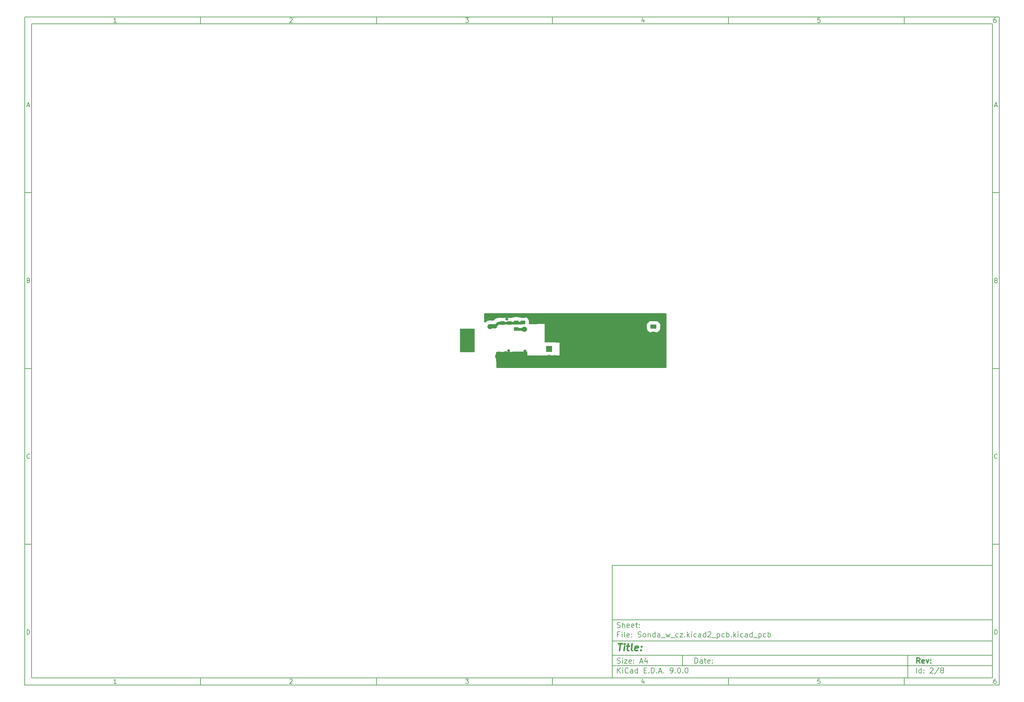
<source format=gbl>
%TF.GenerationSoftware,KiCad,Pcbnew,9.0.0*%
%TF.CreationDate,2025-03-20T15:23:59+01:00*%
%TF.ProjectId,Sonda_w_cz.kicad2_pcb,536f6e64-615f-4775-9f63-7a2e6b696361,rev?*%
%TF.SameCoordinates,Original*%
%TF.FileFunction,Copper,L2,Bot*%
%TF.FilePolarity,Positive*%
%FSLAX46Y46*%
G04 Gerber Fmt 4.6, Leading zero omitted, Abs format (unit mm)*
G04 Created by KiCad (PCBNEW 9.0.0) date 2025-03-20 15:23:59*
%MOMM*%
%LPD*%
G01*
G04 APERTURE LIST*
G04 Aperture macros list*
%AMRoundRect*
0 Rectangle with rounded corners*
0 $1 Rounding radius*
0 $2 $3 $4 $5 $6 $7 $8 $9 X,Y pos of 4 corners*
0 Add a 4 corners polygon primitive as box body*
4,1,4,$2,$3,$4,$5,$6,$7,$8,$9,$2,$3,0*
0 Add four circle primitives for the rounded corners*
1,1,$1+$1,$2,$3*
1,1,$1+$1,$4,$5*
1,1,$1+$1,$6,$7*
1,1,$1+$1,$8,$9*
0 Add four rect primitives between the rounded corners*
20,1,$1+$1,$2,$3,$4,$5,0*
20,1,$1+$1,$4,$5,$6,$7,0*
20,1,$1+$1,$6,$7,$8,$9,0*
20,1,$1+$1,$8,$9,$2,$3,0*%
G04 Aperture macros list end*
%ADD10C,0.100000*%
%ADD11C,0.150000*%
%ADD12C,0.300000*%
%ADD13C,0.400000*%
%TA.AperFunction,Conductor*%
%ADD14C,0.200000*%
%TD*%
%TA.AperFunction,ComponentPad*%
%ADD15R,1.700000X1.700000*%
%TD*%
%TA.AperFunction,ComponentPad*%
%ADD16O,1.700000X1.700000*%
%TD*%
%TA.AperFunction,ComponentPad*%
%ADD17RoundRect,0.250000X-0.625000X0.350000X-0.625000X-0.350000X0.625000X-0.350000X0.625000X0.350000X0*%
%TD*%
%TA.AperFunction,ComponentPad*%
%ADD18O,1.750000X1.200000*%
%TD*%
%TA.AperFunction,SMDPad,CuDef*%
%ADD19R,3.000000X3.000000*%
%TD*%
%TA.AperFunction,SMDPad,CuDef*%
%ADD20RoundRect,0.250000X-0.450000X0.262500X-0.450000X-0.262500X0.450000X-0.262500X0.450000X0.262500X0*%
%TD*%
%TA.AperFunction,SMDPad,CuDef*%
%ADD21RoundRect,0.250000X0.475000X-0.250000X0.475000X0.250000X-0.475000X0.250000X-0.475000X-0.250000X0*%
%TD*%
%TA.AperFunction,SMDPad,CuDef*%
%ADD22RoundRect,0.250000X0.650000X-0.325000X0.650000X0.325000X-0.650000X0.325000X-0.650000X-0.325000X0*%
%TD*%
%TA.AperFunction,ViaPad*%
%ADD23C,0.800000*%
%TD*%
%TA.AperFunction,ViaPad*%
%ADD24C,1.500000*%
%TD*%
%TA.AperFunction,ViaPad*%
%ADD25C,1.600000*%
%TD*%
%TA.AperFunction,Conductor*%
%ADD26C,0.800000*%
%TD*%
%TA.AperFunction,Conductor*%
%ADD27C,0.500000*%
%TD*%
G04 APERTURE END LIST*
D10*
D11*
X177002200Y-166007200D02*
X285002200Y-166007200D01*
X285002200Y-198007200D01*
X177002200Y-198007200D01*
X177002200Y-166007200D01*
D10*
D11*
X10000000Y-10000000D02*
X287002200Y-10000000D01*
X287002200Y-200007200D01*
X10000000Y-200007200D01*
X10000000Y-10000000D01*
D10*
D11*
X12000000Y-12000000D02*
X285002200Y-12000000D01*
X285002200Y-198007200D01*
X12000000Y-198007200D01*
X12000000Y-12000000D01*
D10*
D11*
X60000000Y-12000000D02*
X60000000Y-10000000D01*
D10*
D11*
X110000000Y-12000000D02*
X110000000Y-10000000D01*
D10*
D11*
X160000000Y-12000000D02*
X160000000Y-10000000D01*
D10*
D11*
X210000000Y-12000000D02*
X210000000Y-10000000D01*
D10*
D11*
X260000000Y-12000000D02*
X260000000Y-10000000D01*
D10*
D11*
X36089160Y-11593604D02*
X35346303Y-11593604D01*
X35717731Y-11593604D02*
X35717731Y-10293604D01*
X35717731Y-10293604D02*
X35593922Y-10479319D01*
X35593922Y-10479319D02*
X35470112Y-10603128D01*
X35470112Y-10603128D02*
X35346303Y-10665033D01*
D10*
D11*
X85346303Y-10417414D02*
X85408207Y-10355509D01*
X85408207Y-10355509D02*
X85532017Y-10293604D01*
X85532017Y-10293604D02*
X85841541Y-10293604D01*
X85841541Y-10293604D02*
X85965350Y-10355509D01*
X85965350Y-10355509D02*
X86027255Y-10417414D01*
X86027255Y-10417414D02*
X86089160Y-10541223D01*
X86089160Y-10541223D02*
X86089160Y-10665033D01*
X86089160Y-10665033D02*
X86027255Y-10850747D01*
X86027255Y-10850747D02*
X85284398Y-11593604D01*
X85284398Y-11593604D02*
X86089160Y-11593604D01*
D10*
D11*
X135284398Y-10293604D02*
X136089160Y-10293604D01*
X136089160Y-10293604D02*
X135655826Y-10788842D01*
X135655826Y-10788842D02*
X135841541Y-10788842D01*
X135841541Y-10788842D02*
X135965350Y-10850747D01*
X135965350Y-10850747D02*
X136027255Y-10912652D01*
X136027255Y-10912652D02*
X136089160Y-11036461D01*
X136089160Y-11036461D02*
X136089160Y-11345985D01*
X136089160Y-11345985D02*
X136027255Y-11469795D01*
X136027255Y-11469795D02*
X135965350Y-11531700D01*
X135965350Y-11531700D02*
X135841541Y-11593604D01*
X135841541Y-11593604D02*
X135470112Y-11593604D01*
X135470112Y-11593604D02*
X135346303Y-11531700D01*
X135346303Y-11531700D02*
X135284398Y-11469795D01*
D10*
D11*
X185965350Y-10726938D02*
X185965350Y-11593604D01*
X185655826Y-10231700D02*
X185346303Y-11160271D01*
X185346303Y-11160271D02*
X186151064Y-11160271D01*
D10*
D11*
X236027255Y-10293604D02*
X235408207Y-10293604D01*
X235408207Y-10293604D02*
X235346303Y-10912652D01*
X235346303Y-10912652D02*
X235408207Y-10850747D01*
X235408207Y-10850747D02*
X235532017Y-10788842D01*
X235532017Y-10788842D02*
X235841541Y-10788842D01*
X235841541Y-10788842D02*
X235965350Y-10850747D01*
X235965350Y-10850747D02*
X236027255Y-10912652D01*
X236027255Y-10912652D02*
X236089160Y-11036461D01*
X236089160Y-11036461D02*
X236089160Y-11345985D01*
X236089160Y-11345985D02*
X236027255Y-11469795D01*
X236027255Y-11469795D02*
X235965350Y-11531700D01*
X235965350Y-11531700D02*
X235841541Y-11593604D01*
X235841541Y-11593604D02*
X235532017Y-11593604D01*
X235532017Y-11593604D02*
X235408207Y-11531700D01*
X235408207Y-11531700D02*
X235346303Y-11469795D01*
D10*
D11*
X285965350Y-10293604D02*
X285717731Y-10293604D01*
X285717731Y-10293604D02*
X285593922Y-10355509D01*
X285593922Y-10355509D02*
X285532017Y-10417414D01*
X285532017Y-10417414D02*
X285408207Y-10603128D01*
X285408207Y-10603128D02*
X285346303Y-10850747D01*
X285346303Y-10850747D02*
X285346303Y-11345985D01*
X285346303Y-11345985D02*
X285408207Y-11469795D01*
X285408207Y-11469795D02*
X285470112Y-11531700D01*
X285470112Y-11531700D02*
X285593922Y-11593604D01*
X285593922Y-11593604D02*
X285841541Y-11593604D01*
X285841541Y-11593604D02*
X285965350Y-11531700D01*
X285965350Y-11531700D02*
X286027255Y-11469795D01*
X286027255Y-11469795D02*
X286089160Y-11345985D01*
X286089160Y-11345985D02*
X286089160Y-11036461D01*
X286089160Y-11036461D02*
X286027255Y-10912652D01*
X286027255Y-10912652D02*
X285965350Y-10850747D01*
X285965350Y-10850747D02*
X285841541Y-10788842D01*
X285841541Y-10788842D02*
X285593922Y-10788842D01*
X285593922Y-10788842D02*
X285470112Y-10850747D01*
X285470112Y-10850747D02*
X285408207Y-10912652D01*
X285408207Y-10912652D02*
X285346303Y-11036461D01*
D10*
D11*
X60000000Y-198007200D02*
X60000000Y-200007200D01*
D10*
D11*
X110000000Y-198007200D02*
X110000000Y-200007200D01*
D10*
D11*
X160000000Y-198007200D02*
X160000000Y-200007200D01*
D10*
D11*
X210000000Y-198007200D02*
X210000000Y-200007200D01*
D10*
D11*
X260000000Y-198007200D02*
X260000000Y-200007200D01*
D10*
D11*
X36089160Y-199600804D02*
X35346303Y-199600804D01*
X35717731Y-199600804D02*
X35717731Y-198300804D01*
X35717731Y-198300804D02*
X35593922Y-198486519D01*
X35593922Y-198486519D02*
X35470112Y-198610328D01*
X35470112Y-198610328D02*
X35346303Y-198672233D01*
D10*
D11*
X85346303Y-198424614D02*
X85408207Y-198362709D01*
X85408207Y-198362709D02*
X85532017Y-198300804D01*
X85532017Y-198300804D02*
X85841541Y-198300804D01*
X85841541Y-198300804D02*
X85965350Y-198362709D01*
X85965350Y-198362709D02*
X86027255Y-198424614D01*
X86027255Y-198424614D02*
X86089160Y-198548423D01*
X86089160Y-198548423D02*
X86089160Y-198672233D01*
X86089160Y-198672233D02*
X86027255Y-198857947D01*
X86027255Y-198857947D02*
X85284398Y-199600804D01*
X85284398Y-199600804D02*
X86089160Y-199600804D01*
D10*
D11*
X135284398Y-198300804D02*
X136089160Y-198300804D01*
X136089160Y-198300804D02*
X135655826Y-198796042D01*
X135655826Y-198796042D02*
X135841541Y-198796042D01*
X135841541Y-198796042D02*
X135965350Y-198857947D01*
X135965350Y-198857947D02*
X136027255Y-198919852D01*
X136027255Y-198919852D02*
X136089160Y-199043661D01*
X136089160Y-199043661D02*
X136089160Y-199353185D01*
X136089160Y-199353185D02*
X136027255Y-199476995D01*
X136027255Y-199476995D02*
X135965350Y-199538900D01*
X135965350Y-199538900D02*
X135841541Y-199600804D01*
X135841541Y-199600804D02*
X135470112Y-199600804D01*
X135470112Y-199600804D02*
X135346303Y-199538900D01*
X135346303Y-199538900D02*
X135284398Y-199476995D01*
D10*
D11*
X185965350Y-198734138D02*
X185965350Y-199600804D01*
X185655826Y-198238900D02*
X185346303Y-199167471D01*
X185346303Y-199167471D02*
X186151064Y-199167471D01*
D10*
D11*
X236027255Y-198300804D02*
X235408207Y-198300804D01*
X235408207Y-198300804D02*
X235346303Y-198919852D01*
X235346303Y-198919852D02*
X235408207Y-198857947D01*
X235408207Y-198857947D02*
X235532017Y-198796042D01*
X235532017Y-198796042D02*
X235841541Y-198796042D01*
X235841541Y-198796042D02*
X235965350Y-198857947D01*
X235965350Y-198857947D02*
X236027255Y-198919852D01*
X236027255Y-198919852D02*
X236089160Y-199043661D01*
X236089160Y-199043661D02*
X236089160Y-199353185D01*
X236089160Y-199353185D02*
X236027255Y-199476995D01*
X236027255Y-199476995D02*
X235965350Y-199538900D01*
X235965350Y-199538900D02*
X235841541Y-199600804D01*
X235841541Y-199600804D02*
X235532017Y-199600804D01*
X235532017Y-199600804D02*
X235408207Y-199538900D01*
X235408207Y-199538900D02*
X235346303Y-199476995D01*
D10*
D11*
X285965350Y-198300804D02*
X285717731Y-198300804D01*
X285717731Y-198300804D02*
X285593922Y-198362709D01*
X285593922Y-198362709D02*
X285532017Y-198424614D01*
X285532017Y-198424614D02*
X285408207Y-198610328D01*
X285408207Y-198610328D02*
X285346303Y-198857947D01*
X285346303Y-198857947D02*
X285346303Y-199353185D01*
X285346303Y-199353185D02*
X285408207Y-199476995D01*
X285408207Y-199476995D02*
X285470112Y-199538900D01*
X285470112Y-199538900D02*
X285593922Y-199600804D01*
X285593922Y-199600804D02*
X285841541Y-199600804D01*
X285841541Y-199600804D02*
X285965350Y-199538900D01*
X285965350Y-199538900D02*
X286027255Y-199476995D01*
X286027255Y-199476995D02*
X286089160Y-199353185D01*
X286089160Y-199353185D02*
X286089160Y-199043661D01*
X286089160Y-199043661D02*
X286027255Y-198919852D01*
X286027255Y-198919852D02*
X285965350Y-198857947D01*
X285965350Y-198857947D02*
X285841541Y-198796042D01*
X285841541Y-198796042D02*
X285593922Y-198796042D01*
X285593922Y-198796042D02*
X285470112Y-198857947D01*
X285470112Y-198857947D02*
X285408207Y-198919852D01*
X285408207Y-198919852D02*
X285346303Y-199043661D01*
D10*
D11*
X10000000Y-60000000D02*
X12000000Y-60000000D01*
D10*
D11*
X10000000Y-110000000D02*
X12000000Y-110000000D01*
D10*
D11*
X10000000Y-160000000D02*
X12000000Y-160000000D01*
D10*
D11*
X10690476Y-35222176D02*
X11309523Y-35222176D01*
X10566666Y-35593604D02*
X10999999Y-34293604D01*
X10999999Y-34293604D02*
X11433333Y-35593604D01*
D10*
D11*
X11092857Y-84912652D02*
X11278571Y-84974557D01*
X11278571Y-84974557D02*
X11340476Y-85036461D01*
X11340476Y-85036461D02*
X11402380Y-85160271D01*
X11402380Y-85160271D02*
X11402380Y-85345985D01*
X11402380Y-85345985D02*
X11340476Y-85469795D01*
X11340476Y-85469795D02*
X11278571Y-85531700D01*
X11278571Y-85531700D02*
X11154761Y-85593604D01*
X11154761Y-85593604D02*
X10659523Y-85593604D01*
X10659523Y-85593604D02*
X10659523Y-84293604D01*
X10659523Y-84293604D02*
X11092857Y-84293604D01*
X11092857Y-84293604D02*
X11216666Y-84355509D01*
X11216666Y-84355509D02*
X11278571Y-84417414D01*
X11278571Y-84417414D02*
X11340476Y-84541223D01*
X11340476Y-84541223D02*
X11340476Y-84665033D01*
X11340476Y-84665033D02*
X11278571Y-84788842D01*
X11278571Y-84788842D02*
X11216666Y-84850747D01*
X11216666Y-84850747D02*
X11092857Y-84912652D01*
X11092857Y-84912652D02*
X10659523Y-84912652D01*
D10*
D11*
X11402380Y-135469795D02*
X11340476Y-135531700D01*
X11340476Y-135531700D02*
X11154761Y-135593604D01*
X11154761Y-135593604D02*
X11030952Y-135593604D01*
X11030952Y-135593604D02*
X10845238Y-135531700D01*
X10845238Y-135531700D02*
X10721428Y-135407890D01*
X10721428Y-135407890D02*
X10659523Y-135284080D01*
X10659523Y-135284080D02*
X10597619Y-135036461D01*
X10597619Y-135036461D02*
X10597619Y-134850747D01*
X10597619Y-134850747D02*
X10659523Y-134603128D01*
X10659523Y-134603128D02*
X10721428Y-134479319D01*
X10721428Y-134479319D02*
X10845238Y-134355509D01*
X10845238Y-134355509D02*
X11030952Y-134293604D01*
X11030952Y-134293604D02*
X11154761Y-134293604D01*
X11154761Y-134293604D02*
X11340476Y-134355509D01*
X11340476Y-134355509D02*
X11402380Y-134417414D01*
D10*
D11*
X10659523Y-185593604D02*
X10659523Y-184293604D01*
X10659523Y-184293604D02*
X10969047Y-184293604D01*
X10969047Y-184293604D02*
X11154761Y-184355509D01*
X11154761Y-184355509D02*
X11278571Y-184479319D01*
X11278571Y-184479319D02*
X11340476Y-184603128D01*
X11340476Y-184603128D02*
X11402380Y-184850747D01*
X11402380Y-184850747D02*
X11402380Y-185036461D01*
X11402380Y-185036461D02*
X11340476Y-185284080D01*
X11340476Y-185284080D02*
X11278571Y-185407890D01*
X11278571Y-185407890D02*
X11154761Y-185531700D01*
X11154761Y-185531700D02*
X10969047Y-185593604D01*
X10969047Y-185593604D02*
X10659523Y-185593604D01*
D10*
D11*
X287002200Y-60000000D02*
X285002200Y-60000000D01*
D10*
D11*
X287002200Y-110000000D02*
X285002200Y-110000000D01*
D10*
D11*
X287002200Y-160000000D02*
X285002200Y-160000000D01*
D10*
D11*
X285692676Y-35222176D02*
X286311723Y-35222176D01*
X285568866Y-35593604D02*
X286002199Y-34293604D01*
X286002199Y-34293604D02*
X286435533Y-35593604D01*
D10*
D11*
X286095057Y-84912652D02*
X286280771Y-84974557D01*
X286280771Y-84974557D02*
X286342676Y-85036461D01*
X286342676Y-85036461D02*
X286404580Y-85160271D01*
X286404580Y-85160271D02*
X286404580Y-85345985D01*
X286404580Y-85345985D02*
X286342676Y-85469795D01*
X286342676Y-85469795D02*
X286280771Y-85531700D01*
X286280771Y-85531700D02*
X286156961Y-85593604D01*
X286156961Y-85593604D02*
X285661723Y-85593604D01*
X285661723Y-85593604D02*
X285661723Y-84293604D01*
X285661723Y-84293604D02*
X286095057Y-84293604D01*
X286095057Y-84293604D02*
X286218866Y-84355509D01*
X286218866Y-84355509D02*
X286280771Y-84417414D01*
X286280771Y-84417414D02*
X286342676Y-84541223D01*
X286342676Y-84541223D02*
X286342676Y-84665033D01*
X286342676Y-84665033D02*
X286280771Y-84788842D01*
X286280771Y-84788842D02*
X286218866Y-84850747D01*
X286218866Y-84850747D02*
X286095057Y-84912652D01*
X286095057Y-84912652D02*
X285661723Y-84912652D01*
D10*
D11*
X286404580Y-135469795D02*
X286342676Y-135531700D01*
X286342676Y-135531700D02*
X286156961Y-135593604D01*
X286156961Y-135593604D02*
X286033152Y-135593604D01*
X286033152Y-135593604D02*
X285847438Y-135531700D01*
X285847438Y-135531700D02*
X285723628Y-135407890D01*
X285723628Y-135407890D02*
X285661723Y-135284080D01*
X285661723Y-135284080D02*
X285599819Y-135036461D01*
X285599819Y-135036461D02*
X285599819Y-134850747D01*
X285599819Y-134850747D02*
X285661723Y-134603128D01*
X285661723Y-134603128D02*
X285723628Y-134479319D01*
X285723628Y-134479319D02*
X285847438Y-134355509D01*
X285847438Y-134355509D02*
X286033152Y-134293604D01*
X286033152Y-134293604D02*
X286156961Y-134293604D01*
X286156961Y-134293604D02*
X286342676Y-134355509D01*
X286342676Y-134355509D02*
X286404580Y-134417414D01*
D10*
D11*
X285661723Y-185593604D02*
X285661723Y-184293604D01*
X285661723Y-184293604D02*
X285971247Y-184293604D01*
X285971247Y-184293604D02*
X286156961Y-184355509D01*
X286156961Y-184355509D02*
X286280771Y-184479319D01*
X286280771Y-184479319D02*
X286342676Y-184603128D01*
X286342676Y-184603128D02*
X286404580Y-184850747D01*
X286404580Y-184850747D02*
X286404580Y-185036461D01*
X286404580Y-185036461D02*
X286342676Y-185284080D01*
X286342676Y-185284080D02*
X286280771Y-185407890D01*
X286280771Y-185407890D02*
X286156961Y-185531700D01*
X286156961Y-185531700D02*
X285971247Y-185593604D01*
X285971247Y-185593604D02*
X285661723Y-185593604D01*
D10*
D11*
X200458026Y-193793328D02*
X200458026Y-192293328D01*
X200458026Y-192293328D02*
X200815169Y-192293328D01*
X200815169Y-192293328D02*
X201029455Y-192364757D01*
X201029455Y-192364757D02*
X201172312Y-192507614D01*
X201172312Y-192507614D02*
X201243741Y-192650471D01*
X201243741Y-192650471D02*
X201315169Y-192936185D01*
X201315169Y-192936185D02*
X201315169Y-193150471D01*
X201315169Y-193150471D02*
X201243741Y-193436185D01*
X201243741Y-193436185D02*
X201172312Y-193579042D01*
X201172312Y-193579042D02*
X201029455Y-193721900D01*
X201029455Y-193721900D02*
X200815169Y-193793328D01*
X200815169Y-193793328D02*
X200458026Y-193793328D01*
X202600884Y-193793328D02*
X202600884Y-193007614D01*
X202600884Y-193007614D02*
X202529455Y-192864757D01*
X202529455Y-192864757D02*
X202386598Y-192793328D01*
X202386598Y-192793328D02*
X202100884Y-192793328D01*
X202100884Y-192793328D02*
X201958026Y-192864757D01*
X202600884Y-193721900D02*
X202458026Y-193793328D01*
X202458026Y-193793328D02*
X202100884Y-193793328D01*
X202100884Y-193793328D02*
X201958026Y-193721900D01*
X201958026Y-193721900D02*
X201886598Y-193579042D01*
X201886598Y-193579042D02*
X201886598Y-193436185D01*
X201886598Y-193436185D02*
X201958026Y-193293328D01*
X201958026Y-193293328D02*
X202100884Y-193221900D01*
X202100884Y-193221900D02*
X202458026Y-193221900D01*
X202458026Y-193221900D02*
X202600884Y-193150471D01*
X203100884Y-192793328D02*
X203672312Y-192793328D01*
X203315169Y-192293328D02*
X203315169Y-193579042D01*
X203315169Y-193579042D02*
X203386598Y-193721900D01*
X203386598Y-193721900D02*
X203529455Y-193793328D01*
X203529455Y-193793328D02*
X203672312Y-193793328D01*
X204743741Y-193721900D02*
X204600884Y-193793328D01*
X204600884Y-193793328D02*
X204315170Y-193793328D01*
X204315170Y-193793328D02*
X204172312Y-193721900D01*
X204172312Y-193721900D02*
X204100884Y-193579042D01*
X204100884Y-193579042D02*
X204100884Y-193007614D01*
X204100884Y-193007614D02*
X204172312Y-192864757D01*
X204172312Y-192864757D02*
X204315170Y-192793328D01*
X204315170Y-192793328D02*
X204600884Y-192793328D01*
X204600884Y-192793328D02*
X204743741Y-192864757D01*
X204743741Y-192864757D02*
X204815170Y-193007614D01*
X204815170Y-193007614D02*
X204815170Y-193150471D01*
X204815170Y-193150471D02*
X204100884Y-193293328D01*
X205458026Y-193650471D02*
X205529455Y-193721900D01*
X205529455Y-193721900D02*
X205458026Y-193793328D01*
X205458026Y-193793328D02*
X205386598Y-193721900D01*
X205386598Y-193721900D02*
X205458026Y-193650471D01*
X205458026Y-193650471D02*
X205458026Y-193793328D01*
X205458026Y-192864757D02*
X205529455Y-192936185D01*
X205529455Y-192936185D02*
X205458026Y-193007614D01*
X205458026Y-193007614D02*
X205386598Y-192936185D01*
X205386598Y-192936185D02*
X205458026Y-192864757D01*
X205458026Y-192864757D02*
X205458026Y-193007614D01*
D10*
D11*
X177002200Y-194507200D02*
X285002200Y-194507200D01*
D10*
D11*
X178458026Y-196593328D02*
X178458026Y-195093328D01*
X179315169Y-196593328D02*
X178672312Y-195736185D01*
X179315169Y-195093328D02*
X178458026Y-195950471D01*
X179958026Y-196593328D02*
X179958026Y-195593328D01*
X179958026Y-195093328D02*
X179886598Y-195164757D01*
X179886598Y-195164757D02*
X179958026Y-195236185D01*
X179958026Y-195236185D02*
X180029455Y-195164757D01*
X180029455Y-195164757D02*
X179958026Y-195093328D01*
X179958026Y-195093328D02*
X179958026Y-195236185D01*
X181529455Y-196450471D02*
X181458027Y-196521900D01*
X181458027Y-196521900D02*
X181243741Y-196593328D01*
X181243741Y-196593328D02*
X181100884Y-196593328D01*
X181100884Y-196593328D02*
X180886598Y-196521900D01*
X180886598Y-196521900D02*
X180743741Y-196379042D01*
X180743741Y-196379042D02*
X180672312Y-196236185D01*
X180672312Y-196236185D02*
X180600884Y-195950471D01*
X180600884Y-195950471D02*
X180600884Y-195736185D01*
X180600884Y-195736185D02*
X180672312Y-195450471D01*
X180672312Y-195450471D02*
X180743741Y-195307614D01*
X180743741Y-195307614D02*
X180886598Y-195164757D01*
X180886598Y-195164757D02*
X181100884Y-195093328D01*
X181100884Y-195093328D02*
X181243741Y-195093328D01*
X181243741Y-195093328D02*
X181458027Y-195164757D01*
X181458027Y-195164757D02*
X181529455Y-195236185D01*
X182815170Y-196593328D02*
X182815170Y-195807614D01*
X182815170Y-195807614D02*
X182743741Y-195664757D01*
X182743741Y-195664757D02*
X182600884Y-195593328D01*
X182600884Y-195593328D02*
X182315170Y-195593328D01*
X182315170Y-195593328D02*
X182172312Y-195664757D01*
X182815170Y-196521900D02*
X182672312Y-196593328D01*
X182672312Y-196593328D02*
X182315170Y-196593328D01*
X182315170Y-196593328D02*
X182172312Y-196521900D01*
X182172312Y-196521900D02*
X182100884Y-196379042D01*
X182100884Y-196379042D02*
X182100884Y-196236185D01*
X182100884Y-196236185D02*
X182172312Y-196093328D01*
X182172312Y-196093328D02*
X182315170Y-196021900D01*
X182315170Y-196021900D02*
X182672312Y-196021900D01*
X182672312Y-196021900D02*
X182815170Y-195950471D01*
X184172313Y-196593328D02*
X184172313Y-195093328D01*
X184172313Y-196521900D02*
X184029455Y-196593328D01*
X184029455Y-196593328D02*
X183743741Y-196593328D01*
X183743741Y-196593328D02*
X183600884Y-196521900D01*
X183600884Y-196521900D02*
X183529455Y-196450471D01*
X183529455Y-196450471D02*
X183458027Y-196307614D01*
X183458027Y-196307614D02*
X183458027Y-195879042D01*
X183458027Y-195879042D02*
X183529455Y-195736185D01*
X183529455Y-195736185D02*
X183600884Y-195664757D01*
X183600884Y-195664757D02*
X183743741Y-195593328D01*
X183743741Y-195593328D02*
X184029455Y-195593328D01*
X184029455Y-195593328D02*
X184172313Y-195664757D01*
X186029455Y-195807614D02*
X186529455Y-195807614D01*
X186743741Y-196593328D02*
X186029455Y-196593328D01*
X186029455Y-196593328D02*
X186029455Y-195093328D01*
X186029455Y-195093328D02*
X186743741Y-195093328D01*
X187386598Y-196450471D02*
X187458027Y-196521900D01*
X187458027Y-196521900D02*
X187386598Y-196593328D01*
X187386598Y-196593328D02*
X187315170Y-196521900D01*
X187315170Y-196521900D02*
X187386598Y-196450471D01*
X187386598Y-196450471D02*
X187386598Y-196593328D01*
X188100884Y-196593328D02*
X188100884Y-195093328D01*
X188100884Y-195093328D02*
X188458027Y-195093328D01*
X188458027Y-195093328D02*
X188672313Y-195164757D01*
X188672313Y-195164757D02*
X188815170Y-195307614D01*
X188815170Y-195307614D02*
X188886599Y-195450471D01*
X188886599Y-195450471D02*
X188958027Y-195736185D01*
X188958027Y-195736185D02*
X188958027Y-195950471D01*
X188958027Y-195950471D02*
X188886599Y-196236185D01*
X188886599Y-196236185D02*
X188815170Y-196379042D01*
X188815170Y-196379042D02*
X188672313Y-196521900D01*
X188672313Y-196521900D02*
X188458027Y-196593328D01*
X188458027Y-196593328D02*
X188100884Y-196593328D01*
X189600884Y-196450471D02*
X189672313Y-196521900D01*
X189672313Y-196521900D02*
X189600884Y-196593328D01*
X189600884Y-196593328D02*
X189529456Y-196521900D01*
X189529456Y-196521900D02*
X189600884Y-196450471D01*
X189600884Y-196450471D02*
X189600884Y-196593328D01*
X190243742Y-196164757D02*
X190958028Y-196164757D01*
X190100885Y-196593328D02*
X190600885Y-195093328D01*
X190600885Y-195093328D02*
X191100885Y-196593328D01*
X191600884Y-196450471D02*
X191672313Y-196521900D01*
X191672313Y-196521900D02*
X191600884Y-196593328D01*
X191600884Y-196593328D02*
X191529456Y-196521900D01*
X191529456Y-196521900D02*
X191600884Y-196450471D01*
X191600884Y-196450471D02*
X191600884Y-196593328D01*
X193529456Y-196593328D02*
X193815170Y-196593328D01*
X193815170Y-196593328D02*
X193958027Y-196521900D01*
X193958027Y-196521900D02*
X194029456Y-196450471D01*
X194029456Y-196450471D02*
X194172313Y-196236185D01*
X194172313Y-196236185D02*
X194243742Y-195950471D01*
X194243742Y-195950471D02*
X194243742Y-195379042D01*
X194243742Y-195379042D02*
X194172313Y-195236185D01*
X194172313Y-195236185D02*
X194100885Y-195164757D01*
X194100885Y-195164757D02*
X193958027Y-195093328D01*
X193958027Y-195093328D02*
X193672313Y-195093328D01*
X193672313Y-195093328D02*
X193529456Y-195164757D01*
X193529456Y-195164757D02*
X193458027Y-195236185D01*
X193458027Y-195236185D02*
X193386599Y-195379042D01*
X193386599Y-195379042D02*
X193386599Y-195736185D01*
X193386599Y-195736185D02*
X193458027Y-195879042D01*
X193458027Y-195879042D02*
X193529456Y-195950471D01*
X193529456Y-195950471D02*
X193672313Y-196021900D01*
X193672313Y-196021900D02*
X193958027Y-196021900D01*
X193958027Y-196021900D02*
X194100885Y-195950471D01*
X194100885Y-195950471D02*
X194172313Y-195879042D01*
X194172313Y-195879042D02*
X194243742Y-195736185D01*
X194886598Y-196450471D02*
X194958027Y-196521900D01*
X194958027Y-196521900D02*
X194886598Y-196593328D01*
X194886598Y-196593328D02*
X194815170Y-196521900D01*
X194815170Y-196521900D02*
X194886598Y-196450471D01*
X194886598Y-196450471D02*
X194886598Y-196593328D01*
X195886599Y-195093328D02*
X196029456Y-195093328D01*
X196029456Y-195093328D02*
X196172313Y-195164757D01*
X196172313Y-195164757D02*
X196243742Y-195236185D01*
X196243742Y-195236185D02*
X196315170Y-195379042D01*
X196315170Y-195379042D02*
X196386599Y-195664757D01*
X196386599Y-195664757D02*
X196386599Y-196021900D01*
X196386599Y-196021900D02*
X196315170Y-196307614D01*
X196315170Y-196307614D02*
X196243742Y-196450471D01*
X196243742Y-196450471D02*
X196172313Y-196521900D01*
X196172313Y-196521900D02*
X196029456Y-196593328D01*
X196029456Y-196593328D02*
X195886599Y-196593328D01*
X195886599Y-196593328D02*
X195743742Y-196521900D01*
X195743742Y-196521900D02*
X195672313Y-196450471D01*
X195672313Y-196450471D02*
X195600884Y-196307614D01*
X195600884Y-196307614D02*
X195529456Y-196021900D01*
X195529456Y-196021900D02*
X195529456Y-195664757D01*
X195529456Y-195664757D02*
X195600884Y-195379042D01*
X195600884Y-195379042D02*
X195672313Y-195236185D01*
X195672313Y-195236185D02*
X195743742Y-195164757D01*
X195743742Y-195164757D02*
X195886599Y-195093328D01*
X197029455Y-196450471D02*
X197100884Y-196521900D01*
X197100884Y-196521900D02*
X197029455Y-196593328D01*
X197029455Y-196593328D02*
X196958027Y-196521900D01*
X196958027Y-196521900D02*
X197029455Y-196450471D01*
X197029455Y-196450471D02*
X197029455Y-196593328D01*
X198029456Y-195093328D02*
X198172313Y-195093328D01*
X198172313Y-195093328D02*
X198315170Y-195164757D01*
X198315170Y-195164757D02*
X198386599Y-195236185D01*
X198386599Y-195236185D02*
X198458027Y-195379042D01*
X198458027Y-195379042D02*
X198529456Y-195664757D01*
X198529456Y-195664757D02*
X198529456Y-196021900D01*
X198529456Y-196021900D02*
X198458027Y-196307614D01*
X198458027Y-196307614D02*
X198386599Y-196450471D01*
X198386599Y-196450471D02*
X198315170Y-196521900D01*
X198315170Y-196521900D02*
X198172313Y-196593328D01*
X198172313Y-196593328D02*
X198029456Y-196593328D01*
X198029456Y-196593328D02*
X197886599Y-196521900D01*
X197886599Y-196521900D02*
X197815170Y-196450471D01*
X197815170Y-196450471D02*
X197743741Y-196307614D01*
X197743741Y-196307614D02*
X197672313Y-196021900D01*
X197672313Y-196021900D02*
X197672313Y-195664757D01*
X197672313Y-195664757D02*
X197743741Y-195379042D01*
X197743741Y-195379042D02*
X197815170Y-195236185D01*
X197815170Y-195236185D02*
X197886599Y-195164757D01*
X197886599Y-195164757D02*
X198029456Y-195093328D01*
D10*
D11*
X177002200Y-191507200D02*
X285002200Y-191507200D01*
D10*
D12*
X264413853Y-193785528D02*
X263913853Y-193071242D01*
X263556710Y-193785528D02*
X263556710Y-192285528D01*
X263556710Y-192285528D02*
X264128139Y-192285528D01*
X264128139Y-192285528D02*
X264270996Y-192356957D01*
X264270996Y-192356957D02*
X264342425Y-192428385D01*
X264342425Y-192428385D02*
X264413853Y-192571242D01*
X264413853Y-192571242D02*
X264413853Y-192785528D01*
X264413853Y-192785528D02*
X264342425Y-192928385D01*
X264342425Y-192928385D02*
X264270996Y-192999814D01*
X264270996Y-192999814D02*
X264128139Y-193071242D01*
X264128139Y-193071242D02*
X263556710Y-193071242D01*
X265628139Y-193714100D02*
X265485282Y-193785528D01*
X265485282Y-193785528D02*
X265199568Y-193785528D01*
X265199568Y-193785528D02*
X265056710Y-193714100D01*
X265056710Y-193714100D02*
X264985282Y-193571242D01*
X264985282Y-193571242D02*
X264985282Y-192999814D01*
X264985282Y-192999814D02*
X265056710Y-192856957D01*
X265056710Y-192856957D02*
X265199568Y-192785528D01*
X265199568Y-192785528D02*
X265485282Y-192785528D01*
X265485282Y-192785528D02*
X265628139Y-192856957D01*
X265628139Y-192856957D02*
X265699568Y-192999814D01*
X265699568Y-192999814D02*
X265699568Y-193142671D01*
X265699568Y-193142671D02*
X264985282Y-193285528D01*
X266199567Y-192785528D02*
X266556710Y-193785528D01*
X266556710Y-193785528D02*
X266913853Y-192785528D01*
X267485281Y-193642671D02*
X267556710Y-193714100D01*
X267556710Y-193714100D02*
X267485281Y-193785528D01*
X267485281Y-193785528D02*
X267413853Y-193714100D01*
X267413853Y-193714100D02*
X267485281Y-193642671D01*
X267485281Y-193642671D02*
X267485281Y-193785528D01*
X267485281Y-192856957D02*
X267556710Y-192928385D01*
X267556710Y-192928385D02*
X267485281Y-192999814D01*
X267485281Y-192999814D02*
X267413853Y-192928385D01*
X267413853Y-192928385D02*
X267485281Y-192856957D01*
X267485281Y-192856957D02*
X267485281Y-192999814D01*
D10*
D11*
X178386598Y-193721900D02*
X178600884Y-193793328D01*
X178600884Y-193793328D02*
X178958026Y-193793328D01*
X178958026Y-193793328D02*
X179100884Y-193721900D01*
X179100884Y-193721900D02*
X179172312Y-193650471D01*
X179172312Y-193650471D02*
X179243741Y-193507614D01*
X179243741Y-193507614D02*
X179243741Y-193364757D01*
X179243741Y-193364757D02*
X179172312Y-193221900D01*
X179172312Y-193221900D02*
X179100884Y-193150471D01*
X179100884Y-193150471D02*
X178958026Y-193079042D01*
X178958026Y-193079042D02*
X178672312Y-193007614D01*
X178672312Y-193007614D02*
X178529455Y-192936185D01*
X178529455Y-192936185D02*
X178458026Y-192864757D01*
X178458026Y-192864757D02*
X178386598Y-192721900D01*
X178386598Y-192721900D02*
X178386598Y-192579042D01*
X178386598Y-192579042D02*
X178458026Y-192436185D01*
X178458026Y-192436185D02*
X178529455Y-192364757D01*
X178529455Y-192364757D02*
X178672312Y-192293328D01*
X178672312Y-192293328D02*
X179029455Y-192293328D01*
X179029455Y-192293328D02*
X179243741Y-192364757D01*
X179886597Y-193793328D02*
X179886597Y-192793328D01*
X179886597Y-192293328D02*
X179815169Y-192364757D01*
X179815169Y-192364757D02*
X179886597Y-192436185D01*
X179886597Y-192436185D02*
X179958026Y-192364757D01*
X179958026Y-192364757D02*
X179886597Y-192293328D01*
X179886597Y-192293328D02*
X179886597Y-192436185D01*
X180458026Y-192793328D02*
X181243741Y-192793328D01*
X181243741Y-192793328D02*
X180458026Y-193793328D01*
X180458026Y-193793328D02*
X181243741Y-193793328D01*
X182386598Y-193721900D02*
X182243741Y-193793328D01*
X182243741Y-193793328D02*
X181958027Y-193793328D01*
X181958027Y-193793328D02*
X181815169Y-193721900D01*
X181815169Y-193721900D02*
X181743741Y-193579042D01*
X181743741Y-193579042D02*
X181743741Y-193007614D01*
X181743741Y-193007614D02*
X181815169Y-192864757D01*
X181815169Y-192864757D02*
X181958027Y-192793328D01*
X181958027Y-192793328D02*
X182243741Y-192793328D01*
X182243741Y-192793328D02*
X182386598Y-192864757D01*
X182386598Y-192864757D02*
X182458027Y-193007614D01*
X182458027Y-193007614D02*
X182458027Y-193150471D01*
X182458027Y-193150471D02*
X181743741Y-193293328D01*
X183100883Y-193650471D02*
X183172312Y-193721900D01*
X183172312Y-193721900D02*
X183100883Y-193793328D01*
X183100883Y-193793328D02*
X183029455Y-193721900D01*
X183029455Y-193721900D02*
X183100883Y-193650471D01*
X183100883Y-193650471D02*
X183100883Y-193793328D01*
X183100883Y-192864757D02*
X183172312Y-192936185D01*
X183172312Y-192936185D02*
X183100883Y-193007614D01*
X183100883Y-193007614D02*
X183029455Y-192936185D01*
X183029455Y-192936185D02*
X183100883Y-192864757D01*
X183100883Y-192864757D02*
X183100883Y-193007614D01*
X184886598Y-193364757D02*
X185600884Y-193364757D01*
X184743741Y-193793328D02*
X185243741Y-192293328D01*
X185243741Y-192293328D02*
X185743741Y-193793328D01*
X186886598Y-192793328D02*
X186886598Y-193793328D01*
X186529455Y-192221900D02*
X186172312Y-193293328D01*
X186172312Y-193293328D02*
X187100883Y-193293328D01*
D10*
D11*
X263458026Y-196593328D02*
X263458026Y-195093328D01*
X264815170Y-196593328D02*
X264815170Y-195093328D01*
X264815170Y-196521900D02*
X264672312Y-196593328D01*
X264672312Y-196593328D02*
X264386598Y-196593328D01*
X264386598Y-196593328D02*
X264243741Y-196521900D01*
X264243741Y-196521900D02*
X264172312Y-196450471D01*
X264172312Y-196450471D02*
X264100884Y-196307614D01*
X264100884Y-196307614D02*
X264100884Y-195879042D01*
X264100884Y-195879042D02*
X264172312Y-195736185D01*
X264172312Y-195736185D02*
X264243741Y-195664757D01*
X264243741Y-195664757D02*
X264386598Y-195593328D01*
X264386598Y-195593328D02*
X264672312Y-195593328D01*
X264672312Y-195593328D02*
X264815170Y-195664757D01*
X265529455Y-196450471D02*
X265600884Y-196521900D01*
X265600884Y-196521900D02*
X265529455Y-196593328D01*
X265529455Y-196593328D02*
X265458027Y-196521900D01*
X265458027Y-196521900D02*
X265529455Y-196450471D01*
X265529455Y-196450471D02*
X265529455Y-196593328D01*
X265529455Y-195664757D02*
X265600884Y-195736185D01*
X265600884Y-195736185D02*
X265529455Y-195807614D01*
X265529455Y-195807614D02*
X265458027Y-195736185D01*
X265458027Y-195736185D02*
X265529455Y-195664757D01*
X265529455Y-195664757D02*
X265529455Y-195807614D01*
X267315170Y-195236185D02*
X267386598Y-195164757D01*
X267386598Y-195164757D02*
X267529456Y-195093328D01*
X267529456Y-195093328D02*
X267886598Y-195093328D01*
X267886598Y-195093328D02*
X268029456Y-195164757D01*
X268029456Y-195164757D02*
X268100884Y-195236185D01*
X268100884Y-195236185D02*
X268172313Y-195379042D01*
X268172313Y-195379042D02*
X268172313Y-195521900D01*
X268172313Y-195521900D02*
X268100884Y-195736185D01*
X268100884Y-195736185D02*
X267243741Y-196593328D01*
X267243741Y-196593328D02*
X268172313Y-196593328D01*
X269886598Y-195021900D02*
X268600884Y-196950471D01*
X270600884Y-195736185D02*
X270458027Y-195664757D01*
X270458027Y-195664757D02*
X270386598Y-195593328D01*
X270386598Y-195593328D02*
X270315170Y-195450471D01*
X270315170Y-195450471D02*
X270315170Y-195379042D01*
X270315170Y-195379042D02*
X270386598Y-195236185D01*
X270386598Y-195236185D02*
X270458027Y-195164757D01*
X270458027Y-195164757D02*
X270600884Y-195093328D01*
X270600884Y-195093328D02*
X270886598Y-195093328D01*
X270886598Y-195093328D02*
X271029456Y-195164757D01*
X271029456Y-195164757D02*
X271100884Y-195236185D01*
X271100884Y-195236185D02*
X271172313Y-195379042D01*
X271172313Y-195379042D02*
X271172313Y-195450471D01*
X271172313Y-195450471D02*
X271100884Y-195593328D01*
X271100884Y-195593328D02*
X271029456Y-195664757D01*
X271029456Y-195664757D02*
X270886598Y-195736185D01*
X270886598Y-195736185D02*
X270600884Y-195736185D01*
X270600884Y-195736185D02*
X270458027Y-195807614D01*
X270458027Y-195807614D02*
X270386598Y-195879042D01*
X270386598Y-195879042D02*
X270315170Y-196021900D01*
X270315170Y-196021900D02*
X270315170Y-196307614D01*
X270315170Y-196307614D02*
X270386598Y-196450471D01*
X270386598Y-196450471D02*
X270458027Y-196521900D01*
X270458027Y-196521900D02*
X270600884Y-196593328D01*
X270600884Y-196593328D02*
X270886598Y-196593328D01*
X270886598Y-196593328D02*
X271029456Y-196521900D01*
X271029456Y-196521900D02*
X271100884Y-196450471D01*
X271100884Y-196450471D02*
X271172313Y-196307614D01*
X271172313Y-196307614D02*
X271172313Y-196021900D01*
X271172313Y-196021900D02*
X271100884Y-195879042D01*
X271100884Y-195879042D02*
X271029456Y-195807614D01*
X271029456Y-195807614D02*
X270886598Y-195736185D01*
D10*
D11*
X177002200Y-187507200D02*
X285002200Y-187507200D01*
D10*
D13*
X178693928Y-188211638D02*
X179836785Y-188211638D01*
X179015357Y-190211638D02*
X179265357Y-188211638D01*
X180253452Y-190211638D02*
X180420119Y-188878304D01*
X180503452Y-188211638D02*
X180396309Y-188306876D01*
X180396309Y-188306876D02*
X180479643Y-188402114D01*
X180479643Y-188402114D02*
X180586786Y-188306876D01*
X180586786Y-188306876D02*
X180503452Y-188211638D01*
X180503452Y-188211638D02*
X180479643Y-188402114D01*
X181086786Y-188878304D02*
X181848690Y-188878304D01*
X181455833Y-188211638D02*
X181241548Y-189925923D01*
X181241548Y-189925923D02*
X181312976Y-190116400D01*
X181312976Y-190116400D02*
X181491548Y-190211638D01*
X181491548Y-190211638D02*
X181682024Y-190211638D01*
X182634405Y-190211638D02*
X182455833Y-190116400D01*
X182455833Y-190116400D02*
X182384405Y-189925923D01*
X182384405Y-189925923D02*
X182598690Y-188211638D01*
X184170119Y-190116400D02*
X183967738Y-190211638D01*
X183967738Y-190211638D02*
X183586785Y-190211638D01*
X183586785Y-190211638D02*
X183408214Y-190116400D01*
X183408214Y-190116400D02*
X183336785Y-189925923D01*
X183336785Y-189925923D02*
X183432024Y-189164019D01*
X183432024Y-189164019D02*
X183551071Y-188973542D01*
X183551071Y-188973542D02*
X183753452Y-188878304D01*
X183753452Y-188878304D02*
X184134404Y-188878304D01*
X184134404Y-188878304D02*
X184312976Y-188973542D01*
X184312976Y-188973542D02*
X184384404Y-189164019D01*
X184384404Y-189164019D02*
X184360595Y-189354495D01*
X184360595Y-189354495D02*
X183384404Y-189544971D01*
X185134405Y-190021161D02*
X185217738Y-190116400D01*
X185217738Y-190116400D02*
X185110595Y-190211638D01*
X185110595Y-190211638D02*
X185027262Y-190116400D01*
X185027262Y-190116400D02*
X185134405Y-190021161D01*
X185134405Y-190021161D02*
X185110595Y-190211638D01*
X185265357Y-188973542D02*
X185348690Y-189068780D01*
X185348690Y-189068780D02*
X185241548Y-189164019D01*
X185241548Y-189164019D02*
X185158214Y-189068780D01*
X185158214Y-189068780D02*
X185265357Y-188973542D01*
X185265357Y-188973542D02*
X185241548Y-189164019D01*
D10*
D11*
X178958026Y-185607614D02*
X178458026Y-185607614D01*
X178458026Y-186393328D02*
X178458026Y-184893328D01*
X178458026Y-184893328D02*
X179172312Y-184893328D01*
X179743740Y-186393328D02*
X179743740Y-185393328D01*
X179743740Y-184893328D02*
X179672312Y-184964757D01*
X179672312Y-184964757D02*
X179743740Y-185036185D01*
X179743740Y-185036185D02*
X179815169Y-184964757D01*
X179815169Y-184964757D02*
X179743740Y-184893328D01*
X179743740Y-184893328D02*
X179743740Y-185036185D01*
X180672312Y-186393328D02*
X180529455Y-186321900D01*
X180529455Y-186321900D02*
X180458026Y-186179042D01*
X180458026Y-186179042D02*
X180458026Y-184893328D01*
X181815169Y-186321900D02*
X181672312Y-186393328D01*
X181672312Y-186393328D02*
X181386598Y-186393328D01*
X181386598Y-186393328D02*
X181243740Y-186321900D01*
X181243740Y-186321900D02*
X181172312Y-186179042D01*
X181172312Y-186179042D02*
X181172312Y-185607614D01*
X181172312Y-185607614D02*
X181243740Y-185464757D01*
X181243740Y-185464757D02*
X181386598Y-185393328D01*
X181386598Y-185393328D02*
X181672312Y-185393328D01*
X181672312Y-185393328D02*
X181815169Y-185464757D01*
X181815169Y-185464757D02*
X181886598Y-185607614D01*
X181886598Y-185607614D02*
X181886598Y-185750471D01*
X181886598Y-185750471D02*
X181172312Y-185893328D01*
X182529454Y-186250471D02*
X182600883Y-186321900D01*
X182600883Y-186321900D02*
X182529454Y-186393328D01*
X182529454Y-186393328D02*
X182458026Y-186321900D01*
X182458026Y-186321900D02*
X182529454Y-186250471D01*
X182529454Y-186250471D02*
X182529454Y-186393328D01*
X182529454Y-185464757D02*
X182600883Y-185536185D01*
X182600883Y-185536185D02*
X182529454Y-185607614D01*
X182529454Y-185607614D02*
X182458026Y-185536185D01*
X182458026Y-185536185D02*
X182529454Y-185464757D01*
X182529454Y-185464757D02*
X182529454Y-185607614D01*
X184315169Y-186321900D02*
X184529455Y-186393328D01*
X184529455Y-186393328D02*
X184886597Y-186393328D01*
X184886597Y-186393328D02*
X185029455Y-186321900D01*
X185029455Y-186321900D02*
X185100883Y-186250471D01*
X185100883Y-186250471D02*
X185172312Y-186107614D01*
X185172312Y-186107614D02*
X185172312Y-185964757D01*
X185172312Y-185964757D02*
X185100883Y-185821900D01*
X185100883Y-185821900D02*
X185029455Y-185750471D01*
X185029455Y-185750471D02*
X184886597Y-185679042D01*
X184886597Y-185679042D02*
X184600883Y-185607614D01*
X184600883Y-185607614D02*
X184458026Y-185536185D01*
X184458026Y-185536185D02*
X184386597Y-185464757D01*
X184386597Y-185464757D02*
X184315169Y-185321900D01*
X184315169Y-185321900D02*
X184315169Y-185179042D01*
X184315169Y-185179042D02*
X184386597Y-185036185D01*
X184386597Y-185036185D02*
X184458026Y-184964757D01*
X184458026Y-184964757D02*
X184600883Y-184893328D01*
X184600883Y-184893328D02*
X184958026Y-184893328D01*
X184958026Y-184893328D02*
X185172312Y-184964757D01*
X186029454Y-186393328D02*
X185886597Y-186321900D01*
X185886597Y-186321900D02*
X185815168Y-186250471D01*
X185815168Y-186250471D02*
X185743740Y-186107614D01*
X185743740Y-186107614D02*
X185743740Y-185679042D01*
X185743740Y-185679042D02*
X185815168Y-185536185D01*
X185815168Y-185536185D02*
X185886597Y-185464757D01*
X185886597Y-185464757D02*
X186029454Y-185393328D01*
X186029454Y-185393328D02*
X186243740Y-185393328D01*
X186243740Y-185393328D02*
X186386597Y-185464757D01*
X186386597Y-185464757D02*
X186458026Y-185536185D01*
X186458026Y-185536185D02*
X186529454Y-185679042D01*
X186529454Y-185679042D02*
X186529454Y-186107614D01*
X186529454Y-186107614D02*
X186458026Y-186250471D01*
X186458026Y-186250471D02*
X186386597Y-186321900D01*
X186386597Y-186321900D02*
X186243740Y-186393328D01*
X186243740Y-186393328D02*
X186029454Y-186393328D01*
X187172311Y-185393328D02*
X187172311Y-186393328D01*
X187172311Y-185536185D02*
X187243740Y-185464757D01*
X187243740Y-185464757D02*
X187386597Y-185393328D01*
X187386597Y-185393328D02*
X187600883Y-185393328D01*
X187600883Y-185393328D02*
X187743740Y-185464757D01*
X187743740Y-185464757D02*
X187815169Y-185607614D01*
X187815169Y-185607614D02*
X187815169Y-186393328D01*
X189172312Y-186393328D02*
X189172312Y-184893328D01*
X189172312Y-186321900D02*
X189029454Y-186393328D01*
X189029454Y-186393328D02*
X188743740Y-186393328D01*
X188743740Y-186393328D02*
X188600883Y-186321900D01*
X188600883Y-186321900D02*
X188529454Y-186250471D01*
X188529454Y-186250471D02*
X188458026Y-186107614D01*
X188458026Y-186107614D02*
X188458026Y-185679042D01*
X188458026Y-185679042D02*
X188529454Y-185536185D01*
X188529454Y-185536185D02*
X188600883Y-185464757D01*
X188600883Y-185464757D02*
X188743740Y-185393328D01*
X188743740Y-185393328D02*
X189029454Y-185393328D01*
X189029454Y-185393328D02*
X189172312Y-185464757D01*
X190529455Y-186393328D02*
X190529455Y-185607614D01*
X190529455Y-185607614D02*
X190458026Y-185464757D01*
X190458026Y-185464757D02*
X190315169Y-185393328D01*
X190315169Y-185393328D02*
X190029455Y-185393328D01*
X190029455Y-185393328D02*
X189886597Y-185464757D01*
X190529455Y-186321900D02*
X190386597Y-186393328D01*
X190386597Y-186393328D02*
X190029455Y-186393328D01*
X190029455Y-186393328D02*
X189886597Y-186321900D01*
X189886597Y-186321900D02*
X189815169Y-186179042D01*
X189815169Y-186179042D02*
X189815169Y-186036185D01*
X189815169Y-186036185D02*
X189886597Y-185893328D01*
X189886597Y-185893328D02*
X190029455Y-185821900D01*
X190029455Y-185821900D02*
X190386597Y-185821900D01*
X190386597Y-185821900D02*
X190529455Y-185750471D01*
X190886598Y-186536185D02*
X192029455Y-186536185D01*
X192243740Y-185393328D02*
X192529455Y-186393328D01*
X192529455Y-186393328D02*
X192815169Y-185679042D01*
X192815169Y-185679042D02*
X193100883Y-186393328D01*
X193100883Y-186393328D02*
X193386597Y-185393328D01*
X193600884Y-186536185D02*
X194743741Y-186536185D01*
X195743741Y-186321900D02*
X195600883Y-186393328D01*
X195600883Y-186393328D02*
X195315169Y-186393328D01*
X195315169Y-186393328D02*
X195172312Y-186321900D01*
X195172312Y-186321900D02*
X195100883Y-186250471D01*
X195100883Y-186250471D02*
X195029455Y-186107614D01*
X195029455Y-186107614D02*
X195029455Y-185679042D01*
X195029455Y-185679042D02*
X195100883Y-185536185D01*
X195100883Y-185536185D02*
X195172312Y-185464757D01*
X195172312Y-185464757D02*
X195315169Y-185393328D01*
X195315169Y-185393328D02*
X195600883Y-185393328D01*
X195600883Y-185393328D02*
X195743741Y-185464757D01*
X196243740Y-185393328D02*
X197029455Y-185393328D01*
X197029455Y-185393328D02*
X196243740Y-186393328D01*
X196243740Y-186393328D02*
X197029455Y-186393328D01*
X197600883Y-186250471D02*
X197672312Y-186321900D01*
X197672312Y-186321900D02*
X197600883Y-186393328D01*
X197600883Y-186393328D02*
X197529455Y-186321900D01*
X197529455Y-186321900D02*
X197600883Y-186250471D01*
X197600883Y-186250471D02*
X197600883Y-186393328D01*
X198315169Y-186393328D02*
X198315169Y-184893328D01*
X198458027Y-185821900D02*
X198886598Y-186393328D01*
X198886598Y-185393328D02*
X198315169Y-185964757D01*
X199529455Y-186393328D02*
X199529455Y-185393328D01*
X199529455Y-184893328D02*
X199458027Y-184964757D01*
X199458027Y-184964757D02*
X199529455Y-185036185D01*
X199529455Y-185036185D02*
X199600884Y-184964757D01*
X199600884Y-184964757D02*
X199529455Y-184893328D01*
X199529455Y-184893328D02*
X199529455Y-185036185D01*
X200886599Y-186321900D02*
X200743741Y-186393328D01*
X200743741Y-186393328D02*
X200458027Y-186393328D01*
X200458027Y-186393328D02*
X200315170Y-186321900D01*
X200315170Y-186321900D02*
X200243741Y-186250471D01*
X200243741Y-186250471D02*
X200172313Y-186107614D01*
X200172313Y-186107614D02*
X200172313Y-185679042D01*
X200172313Y-185679042D02*
X200243741Y-185536185D01*
X200243741Y-185536185D02*
X200315170Y-185464757D01*
X200315170Y-185464757D02*
X200458027Y-185393328D01*
X200458027Y-185393328D02*
X200743741Y-185393328D01*
X200743741Y-185393328D02*
X200886599Y-185464757D01*
X202172313Y-186393328D02*
X202172313Y-185607614D01*
X202172313Y-185607614D02*
X202100884Y-185464757D01*
X202100884Y-185464757D02*
X201958027Y-185393328D01*
X201958027Y-185393328D02*
X201672313Y-185393328D01*
X201672313Y-185393328D02*
X201529455Y-185464757D01*
X202172313Y-186321900D02*
X202029455Y-186393328D01*
X202029455Y-186393328D02*
X201672313Y-186393328D01*
X201672313Y-186393328D02*
X201529455Y-186321900D01*
X201529455Y-186321900D02*
X201458027Y-186179042D01*
X201458027Y-186179042D02*
X201458027Y-186036185D01*
X201458027Y-186036185D02*
X201529455Y-185893328D01*
X201529455Y-185893328D02*
X201672313Y-185821900D01*
X201672313Y-185821900D02*
X202029455Y-185821900D01*
X202029455Y-185821900D02*
X202172313Y-185750471D01*
X203529456Y-186393328D02*
X203529456Y-184893328D01*
X203529456Y-186321900D02*
X203386598Y-186393328D01*
X203386598Y-186393328D02*
X203100884Y-186393328D01*
X203100884Y-186393328D02*
X202958027Y-186321900D01*
X202958027Y-186321900D02*
X202886598Y-186250471D01*
X202886598Y-186250471D02*
X202815170Y-186107614D01*
X202815170Y-186107614D02*
X202815170Y-185679042D01*
X202815170Y-185679042D02*
X202886598Y-185536185D01*
X202886598Y-185536185D02*
X202958027Y-185464757D01*
X202958027Y-185464757D02*
X203100884Y-185393328D01*
X203100884Y-185393328D02*
X203386598Y-185393328D01*
X203386598Y-185393328D02*
X203529456Y-185464757D01*
X204172313Y-185036185D02*
X204243741Y-184964757D01*
X204243741Y-184964757D02*
X204386599Y-184893328D01*
X204386599Y-184893328D02*
X204743741Y-184893328D01*
X204743741Y-184893328D02*
X204886599Y-184964757D01*
X204886599Y-184964757D02*
X204958027Y-185036185D01*
X204958027Y-185036185D02*
X205029456Y-185179042D01*
X205029456Y-185179042D02*
X205029456Y-185321900D01*
X205029456Y-185321900D02*
X204958027Y-185536185D01*
X204958027Y-185536185D02*
X204100884Y-186393328D01*
X204100884Y-186393328D02*
X205029456Y-186393328D01*
X205315170Y-186536185D02*
X206458027Y-186536185D01*
X206815169Y-185393328D02*
X206815169Y-186893328D01*
X206815169Y-185464757D02*
X206958027Y-185393328D01*
X206958027Y-185393328D02*
X207243741Y-185393328D01*
X207243741Y-185393328D02*
X207386598Y-185464757D01*
X207386598Y-185464757D02*
X207458027Y-185536185D01*
X207458027Y-185536185D02*
X207529455Y-185679042D01*
X207529455Y-185679042D02*
X207529455Y-186107614D01*
X207529455Y-186107614D02*
X207458027Y-186250471D01*
X207458027Y-186250471D02*
X207386598Y-186321900D01*
X207386598Y-186321900D02*
X207243741Y-186393328D01*
X207243741Y-186393328D02*
X206958027Y-186393328D01*
X206958027Y-186393328D02*
X206815169Y-186321900D01*
X208815170Y-186321900D02*
X208672312Y-186393328D01*
X208672312Y-186393328D02*
X208386598Y-186393328D01*
X208386598Y-186393328D02*
X208243741Y-186321900D01*
X208243741Y-186321900D02*
X208172312Y-186250471D01*
X208172312Y-186250471D02*
X208100884Y-186107614D01*
X208100884Y-186107614D02*
X208100884Y-185679042D01*
X208100884Y-185679042D02*
X208172312Y-185536185D01*
X208172312Y-185536185D02*
X208243741Y-185464757D01*
X208243741Y-185464757D02*
X208386598Y-185393328D01*
X208386598Y-185393328D02*
X208672312Y-185393328D01*
X208672312Y-185393328D02*
X208815170Y-185464757D01*
X209458026Y-186393328D02*
X209458026Y-184893328D01*
X209458026Y-185464757D02*
X209600884Y-185393328D01*
X209600884Y-185393328D02*
X209886598Y-185393328D01*
X209886598Y-185393328D02*
X210029455Y-185464757D01*
X210029455Y-185464757D02*
X210100884Y-185536185D01*
X210100884Y-185536185D02*
X210172312Y-185679042D01*
X210172312Y-185679042D02*
X210172312Y-186107614D01*
X210172312Y-186107614D02*
X210100884Y-186250471D01*
X210100884Y-186250471D02*
X210029455Y-186321900D01*
X210029455Y-186321900D02*
X209886598Y-186393328D01*
X209886598Y-186393328D02*
X209600884Y-186393328D01*
X209600884Y-186393328D02*
X209458026Y-186321900D01*
X210815169Y-186250471D02*
X210886598Y-186321900D01*
X210886598Y-186321900D02*
X210815169Y-186393328D01*
X210815169Y-186393328D02*
X210743741Y-186321900D01*
X210743741Y-186321900D02*
X210815169Y-186250471D01*
X210815169Y-186250471D02*
X210815169Y-186393328D01*
X211529455Y-186393328D02*
X211529455Y-184893328D01*
X211672313Y-185821900D02*
X212100884Y-186393328D01*
X212100884Y-185393328D02*
X211529455Y-185964757D01*
X212743741Y-186393328D02*
X212743741Y-185393328D01*
X212743741Y-184893328D02*
X212672313Y-184964757D01*
X212672313Y-184964757D02*
X212743741Y-185036185D01*
X212743741Y-185036185D02*
X212815170Y-184964757D01*
X212815170Y-184964757D02*
X212743741Y-184893328D01*
X212743741Y-184893328D02*
X212743741Y-185036185D01*
X214100885Y-186321900D02*
X213958027Y-186393328D01*
X213958027Y-186393328D02*
X213672313Y-186393328D01*
X213672313Y-186393328D02*
X213529456Y-186321900D01*
X213529456Y-186321900D02*
X213458027Y-186250471D01*
X213458027Y-186250471D02*
X213386599Y-186107614D01*
X213386599Y-186107614D02*
X213386599Y-185679042D01*
X213386599Y-185679042D02*
X213458027Y-185536185D01*
X213458027Y-185536185D02*
X213529456Y-185464757D01*
X213529456Y-185464757D02*
X213672313Y-185393328D01*
X213672313Y-185393328D02*
X213958027Y-185393328D01*
X213958027Y-185393328D02*
X214100885Y-185464757D01*
X215386599Y-186393328D02*
X215386599Y-185607614D01*
X215386599Y-185607614D02*
X215315170Y-185464757D01*
X215315170Y-185464757D02*
X215172313Y-185393328D01*
X215172313Y-185393328D02*
X214886599Y-185393328D01*
X214886599Y-185393328D02*
X214743741Y-185464757D01*
X215386599Y-186321900D02*
X215243741Y-186393328D01*
X215243741Y-186393328D02*
X214886599Y-186393328D01*
X214886599Y-186393328D02*
X214743741Y-186321900D01*
X214743741Y-186321900D02*
X214672313Y-186179042D01*
X214672313Y-186179042D02*
X214672313Y-186036185D01*
X214672313Y-186036185D02*
X214743741Y-185893328D01*
X214743741Y-185893328D02*
X214886599Y-185821900D01*
X214886599Y-185821900D02*
X215243741Y-185821900D01*
X215243741Y-185821900D02*
X215386599Y-185750471D01*
X216743742Y-186393328D02*
X216743742Y-184893328D01*
X216743742Y-186321900D02*
X216600884Y-186393328D01*
X216600884Y-186393328D02*
X216315170Y-186393328D01*
X216315170Y-186393328D02*
X216172313Y-186321900D01*
X216172313Y-186321900D02*
X216100884Y-186250471D01*
X216100884Y-186250471D02*
X216029456Y-186107614D01*
X216029456Y-186107614D02*
X216029456Y-185679042D01*
X216029456Y-185679042D02*
X216100884Y-185536185D01*
X216100884Y-185536185D02*
X216172313Y-185464757D01*
X216172313Y-185464757D02*
X216315170Y-185393328D01*
X216315170Y-185393328D02*
X216600884Y-185393328D01*
X216600884Y-185393328D02*
X216743742Y-185464757D01*
X217100885Y-186536185D02*
X218243742Y-186536185D01*
X218600884Y-185393328D02*
X218600884Y-186893328D01*
X218600884Y-185464757D02*
X218743742Y-185393328D01*
X218743742Y-185393328D02*
X219029456Y-185393328D01*
X219029456Y-185393328D02*
X219172313Y-185464757D01*
X219172313Y-185464757D02*
X219243742Y-185536185D01*
X219243742Y-185536185D02*
X219315170Y-185679042D01*
X219315170Y-185679042D02*
X219315170Y-186107614D01*
X219315170Y-186107614D02*
X219243742Y-186250471D01*
X219243742Y-186250471D02*
X219172313Y-186321900D01*
X219172313Y-186321900D02*
X219029456Y-186393328D01*
X219029456Y-186393328D02*
X218743742Y-186393328D01*
X218743742Y-186393328D02*
X218600884Y-186321900D01*
X220600885Y-186321900D02*
X220458027Y-186393328D01*
X220458027Y-186393328D02*
X220172313Y-186393328D01*
X220172313Y-186393328D02*
X220029456Y-186321900D01*
X220029456Y-186321900D02*
X219958027Y-186250471D01*
X219958027Y-186250471D02*
X219886599Y-186107614D01*
X219886599Y-186107614D02*
X219886599Y-185679042D01*
X219886599Y-185679042D02*
X219958027Y-185536185D01*
X219958027Y-185536185D02*
X220029456Y-185464757D01*
X220029456Y-185464757D02*
X220172313Y-185393328D01*
X220172313Y-185393328D02*
X220458027Y-185393328D01*
X220458027Y-185393328D02*
X220600885Y-185464757D01*
X221243741Y-186393328D02*
X221243741Y-184893328D01*
X221243741Y-185464757D02*
X221386599Y-185393328D01*
X221386599Y-185393328D02*
X221672313Y-185393328D01*
X221672313Y-185393328D02*
X221815170Y-185464757D01*
X221815170Y-185464757D02*
X221886599Y-185536185D01*
X221886599Y-185536185D02*
X221958027Y-185679042D01*
X221958027Y-185679042D02*
X221958027Y-186107614D01*
X221958027Y-186107614D02*
X221886599Y-186250471D01*
X221886599Y-186250471D02*
X221815170Y-186321900D01*
X221815170Y-186321900D02*
X221672313Y-186393328D01*
X221672313Y-186393328D02*
X221386599Y-186393328D01*
X221386599Y-186393328D02*
X221243741Y-186321900D01*
D10*
D11*
X177002200Y-181507200D02*
X285002200Y-181507200D01*
D10*
D11*
X178386598Y-183621900D02*
X178600884Y-183693328D01*
X178600884Y-183693328D02*
X178958026Y-183693328D01*
X178958026Y-183693328D02*
X179100884Y-183621900D01*
X179100884Y-183621900D02*
X179172312Y-183550471D01*
X179172312Y-183550471D02*
X179243741Y-183407614D01*
X179243741Y-183407614D02*
X179243741Y-183264757D01*
X179243741Y-183264757D02*
X179172312Y-183121900D01*
X179172312Y-183121900D02*
X179100884Y-183050471D01*
X179100884Y-183050471D02*
X178958026Y-182979042D01*
X178958026Y-182979042D02*
X178672312Y-182907614D01*
X178672312Y-182907614D02*
X178529455Y-182836185D01*
X178529455Y-182836185D02*
X178458026Y-182764757D01*
X178458026Y-182764757D02*
X178386598Y-182621900D01*
X178386598Y-182621900D02*
X178386598Y-182479042D01*
X178386598Y-182479042D02*
X178458026Y-182336185D01*
X178458026Y-182336185D02*
X178529455Y-182264757D01*
X178529455Y-182264757D02*
X178672312Y-182193328D01*
X178672312Y-182193328D02*
X179029455Y-182193328D01*
X179029455Y-182193328D02*
X179243741Y-182264757D01*
X179886597Y-183693328D02*
X179886597Y-182193328D01*
X180529455Y-183693328D02*
X180529455Y-182907614D01*
X180529455Y-182907614D02*
X180458026Y-182764757D01*
X180458026Y-182764757D02*
X180315169Y-182693328D01*
X180315169Y-182693328D02*
X180100883Y-182693328D01*
X180100883Y-182693328D02*
X179958026Y-182764757D01*
X179958026Y-182764757D02*
X179886597Y-182836185D01*
X181815169Y-183621900D02*
X181672312Y-183693328D01*
X181672312Y-183693328D02*
X181386598Y-183693328D01*
X181386598Y-183693328D02*
X181243740Y-183621900D01*
X181243740Y-183621900D02*
X181172312Y-183479042D01*
X181172312Y-183479042D02*
X181172312Y-182907614D01*
X181172312Y-182907614D02*
X181243740Y-182764757D01*
X181243740Y-182764757D02*
X181386598Y-182693328D01*
X181386598Y-182693328D02*
X181672312Y-182693328D01*
X181672312Y-182693328D02*
X181815169Y-182764757D01*
X181815169Y-182764757D02*
X181886598Y-182907614D01*
X181886598Y-182907614D02*
X181886598Y-183050471D01*
X181886598Y-183050471D02*
X181172312Y-183193328D01*
X183100883Y-183621900D02*
X182958026Y-183693328D01*
X182958026Y-183693328D02*
X182672312Y-183693328D01*
X182672312Y-183693328D02*
X182529454Y-183621900D01*
X182529454Y-183621900D02*
X182458026Y-183479042D01*
X182458026Y-183479042D02*
X182458026Y-182907614D01*
X182458026Y-182907614D02*
X182529454Y-182764757D01*
X182529454Y-182764757D02*
X182672312Y-182693328D01*
X182672312Y-182693328D02*
X182958026Y-182693328D01*
X182958026Y-182693328D02*
X183100883Y-182764757D01*
X183100883Y-182764757D02*
X183172312Y-182907614D01*
X183172312Y-182907614D02*
X183172312Y-183050471D01*
X183172312Y-183050471D02*
X182458026Y-183193328D01*
X183600883Y-182693328D02*
X184172311Y-182693328D01*
X183815168Y-182193328D02*
X183815168Y-183479042D01*
X183815168Y-183479042D02*
X183886597Y-183621900D01*
X183886597Y-183621900D02*
X184029454Y-183693328D01*
X184029454Y-183693328D02*
X184172311Y-183693328D01*
X184672311Y-183550471D02*
X184743740Y-183621900D01*
X184743740Y-183621900D02*
X184672311Y-183693328D01*
X184672311Y-183693328D02*
X184600883Y-183621900D01*
X184600883Y-183621900D02*
X184672311Y-183550471D01*
X184672311Y-183550471D02*
X184672311Y-183693328D01*
X184672311Y-182764757D02*
X184743740Y-182836185D01*
X184743740Y-182836185D02*
X184672311Y-182907614D01*
X184672311Y-182907614D02*
X184600883Y-182836185D01*
X184600883Y-182836185D02*
X184672311Y-182764757D01*
X184672311Y-182764757D02*
X184672311Y-182907614D01*
D10*
D11*
X197002200Y-191507200D02*
X197002200Y-194507200D01*
D10*
D11*
X261002200Y-191507200D02*
X261002200Y-198007200D01*
%TO.N,Net-(Q1-G1)*%
D14*
X133800000Y-98750000D02*
X137800000Y-98750000D01*
X137800000Y-105250000D01*
X133800000Y-105250000D01*
X133800000Y-98750000D01*
%TA.AperFunction,Conductor*%
G36*
X133800000Y-98750000D02*
G01*
X137800000Y-98750000D01*
X137800000Y-105250000D01*
X133800000Y-105250000D01*
X133800000Y-98750000D01*
G37*
%TD.AperFunction*%
%TD*%
D15*
%TO.P,J2,1,Pin_1*%
%TO.N,Net-(J2-Pin_1)*%
X159010000Y-104435000D03*
D16*
%TO.P,J2,2,Pin_2*%
%TO.N,GND*%
X159010000Y-106975000D03*
%TD*%
D17*
%TO.P,J1,1,Pin_1*%
%TO.N,+12V*%
X188710000Y-98110000D03*
D18*
%TO.P,J1,2,Pin_2*%
%TO.N,GND*%
X188710000Y-100110000D03*
%TD*%
D19*
%TO.P,TP1,1,1*%
%TO.N,Net-(Q1-G1)*%
X135800000Y-102000000D03*
%TD*%
D20*
%TO.P,R3,1*%
%TO.N,Net-(Q1-G2)*%
X149690000Y-96917500D03*
%TO.P,R3,2*%
%TO.N,+8V*%
X149690000Y-98742500D03*
%TD*%
%TO.P,R6,1*%
%TO.N,GND*%
X151590000Y-95087500D03*
%TO.P,R6,2*%
%TO.N,Net-(Q1-G2)*%
X151590000Y-96912500D03*
%TD*%
D21*
%TO.P,C9,1*%
%TO.N,Net-(Q1-G2)*%
X145750000Y-97040000D03*
%TO.P,C9,2*%
%TO.N,GND*%
X145750000Y-95140000D03*
%TD*%
D22*
%TO.P,C13,1*%
%TO.N,Net-(Q1-G2)*%
X143290000Y-97955000D03*
%TO.P,C13,2*%
%TO.N,GND*%
X143290000Y-95005000D03*
%TD*%
D21*
%TO.P,C14,1*%
%TO.N,Net-(Q1-G2)*%
X147740000Y-97050000D03*
%TO.P,C14,2*%
%TO.N,GND*%
X147740000Y-95150000D03*
%TD*%
D23*
%TO.N,GND*%
X146980000Y-95950000D03*
X161890000Y-96080000D03*
X185620000Y-105910000D03*
X181890000Y-107520000D03*
X182210000Y-100330000D03*
X184120000Y-100260000D03*
X157810000Y-96270000D03*
X141120000Y-95620000D03*
X160050000Y-106980000D03*
X189560000Y-100140000D03*
X181850000Y-106630000D03*
X172020000Y-107750000D03*
X143060000Y-95640000D03*
D24*
X176360000Y-99860000D03*
D23*
X155780000Y-96240000D03*
D25*
X144450000Y-106550000D03*
D23*
X183340000Y-105820000D03*
X152210000Y-105000000D03*
X181860000Y-105790000D03*
X157920000Y-106970000D03*
X146690000Y-105480000D03*
D25*
X163380000Y-102570000D03*
D23*
X158980000Y-107900000D03*
X147520000Y-104920000D03*
X188690000Y-100980000D03*
X144780000Y-105510000D03*
D24*
X174360000Y-99860000D03*
X172310000Y-99860000D03*
D23*
X187760000Y-100140000D03*
X164730000Y-96210000D03*
X153860000Y-96310000D03*
X159740000Y-96220000D03*
D24*
%TO.N,Net-(Q1-G2)*%
X142270000Y-98070000D03*
%TO.N,+8V*%
X152020000Y-98820000D03*
%TD*%
D26*
%TO.N,Net-(Q1-G2)*%
X151457500Y-97050000D02*
X144532500Y-97050000D01*
D27*
X150165000Y-96902500D02*
X150160000Y-96907500D01*
X147992500Y-96907500D02*
X147980000Y-96920000D01*
D26*
X144532500Y-97050000D02*
X143627500Y-97955000D01*
D27*
X151590000Y-96912500D02*
X151580000Y-96902500D01*
%TO.N,+8V*%
X150247500Y-98820000D02*
X150160000Y-98732500D01*
D26*
X152020000Y-98820000D02*
X150247500Y-98820000D01*
%TD*%
%TA.AperFunction,Conductor*%
%TO.N,GND*%
G36*
X192253319Y-94279758D02*
G01*
X192335398Y-94334602D01*
X192390242Y-94416681D01*
X192409500Y-94513500D01*
X192409500Y-109606500D01*
X192390242Y-109703319D01*
X192335398Y-109785398D01*
X192253319Y-109840242D01*
X192156500Y-109859500D01*
X144272138Y-109859500D01*
X144175319Y-109840242D01*
X144093240Y-109785398D01*
X144038396Y-109703319D01*
X144019156Y-109609531D01*
X143979328Y-106285498D01*
X143970452Y-105544658D01*
X143970451Y-105544657D01*
X143969765Y-105487362D01*
X143987862Y-105390319D01*
X144041718Y-105307589D01*
X144123135Y-105251766D01*
X144219716Y-105231349D01*
X144221677Y-105231333D01*
X144620000Y-105230000D01*
X152636082Y-105200921D01*
X152732970Y-105219828D01*
X152815248Y-105274373D01*
X152870389Y-105356253D01*
X152889998Y-105453001D01*
X152890000Y-105453919D01*
X152890000Y-106280000D01*
X157728155Y-106255073D01*
X157728155Y-106255071D01*
X157794509Y-106254730D01*
X157842890Y-106245091D01*
X157912569Y-106254852D01*
X157982582Y-106274886D01*
X157982580Y-106274886D01*
X158005879Y-106276957D01*
X158101963Y-106285500D01*
X159918036Y-106285499D01*
X159918046Y-106285498D01*
X159918048Y-106285498D01*
X159941955Y-106283372D01*
X160037418Y-106274886D01*
X160123351Y-106250296D01*
X160195067Y-106240544D01*
X161980000Y-106255483D01*
X161980000Y-106255482D01*
X161980000Y-102609999D01*
X160054717Y-102589072D01*
X160030733Y-102593671D01*
X160010079Y-102592683D01*
X159918040Y-102584500D01*
X158101971Y-102584500D01*
X158101946Y-102584502D01*
X158021414Y-102591661D01*
X157923270Y-102581051D01*
X157836657Y-102533691D01*
X157774761Y-102456790D01*
X157747006Y-102362057D01*
X157746015Y-102338515D01*
X157756515Y-100036145D01*
X157767189Y-97695781D01*
X186834500Y-97695781D01*
X186834500Y-98524216D01*
X186834501Y-98524223D01*
X186844902Y-98656403D01*
X186844904Y-98656416D01*
X186899903Y-98874679D01*
X186899905Y-98874686D01*
X186992992Y-99079624D01*
X186992993Y-99079627D01*
X187121179Y-99264652D01*
X187280347Y-99423820D01*
X187465372Y-99552006D01*
X187465373Y-99552006D01*
X187465374Y-99552007D01*
X187670317Y-99645096D01*
X187888588Y-99700096D01*
X188020783Y-99710500D01*
X189399216Y-99710499D01*
X189479352Y-99704192D01*
X189531403Y-99700097D01*
X189531406Y-99700096D01*
X189531412Y-99700096D01*
X189749683Y-99645096D01*
X189954626Y-99552007D01*
X190139654Y-99423819D01*
X190298819Y-99264654D01*
X190427007Y-99079626D01*
X190520096Y-98874683D01*
X190575096Y-98656412D01*
X190585500Y-98524217D01*
X190585499Y-97695784D01*
X190575096Y-97563588D01*
X190520096Y-97345317D01*
X190427007Y-97140374D01*
X190400915Y-97102713D01*
X190298820Y-96955347D01*
X190139652Y-96796179D01*
X189954627Y-96667993D01*
X189954624Y-96667992D01*
X189749686Y-96574905D01*
X189749683Y-96574904D01*
X189746352Y-96574064D01*
X189531418Y-96519905D01*
X189531412Y-96519904D01*
X189399218Y-96509500D01*
X188020783Y-96509500D01*
X188020776Y-96509501D01*
X187888596Y-96519902D01*
X187888583Y-96519904D01*
X187670320Y-96574903D01*
X187670313Y-96574905D01*
X187465375Y-96667992D01*
X187465372Y-96667993D01*
X187280347Y-96796179D01*
X187121179Y-96955347D01*
X186992993Y-97140372D01*
X186992992Y-97140375D01*
X186899905Y-97345313D01*
X186899903Y-97345320D01*
X186844905Y-97563581D01*
X186844904Y-97563587D01*
X186834500Y-97695781D01*
X157767189Y-97695781D01*
X157767217Y-97689661D01*
X157768808Y-97340635D01*
X153544351Y-97354860D01*
X153447468Y-97335927D01*
X153365204Y-97281360D01*
X153310085Y-97199466D01*
X153290500Y-97102713D01*
X153290499Y-97102534D01*
X153290499Y-96585784D01*
X153284496Y-96509500D01*
X153280097Y-96453596D01*
X153280095Y-96453583D01*
X153259255Y-96370880D01*
X153225096Y-96235317D01*
X153132007Y-96030374D01*
X153003819Y-95845346D01*
X152844654Y-95686181D01*
X152844652Y-95686179D01*
X152659627Y-95557993D01*
X152659624Y-95557992D01*
X152454686Y-95464905D01*
X152454683Y-95464904D01*
X152451352Y-95464064D01*
X152236418Y-95409905D01*
X152236412Y-95409904D01*
X152104218Y-95399500D01*
X151075783Y-95399500D01*
X151075776Y-95399501D01*
X150943596Y-95409902D01*
X150943583Y-95409904D01*
X150725316Y-95464904D01*
X150716411Y-95468020D01*
X150618664Y-95481818D01*
X150566035Y-95471349D01*
X150565700Y-95472680D01*
X150336418Y-95414905D01*
X150336412Y-95414904D01*
X150204218Y-95404500D01*
X149175783Y-95404500D01*
X149175776Y-95404501D01*
X149043596Y-95414902D01*
X149043583Y-95414904D01*
X148825320Y-95469903D01*
X148825317Y-95469903D01*
X148630790Y-95558261D01*
X148534673Y-95580766D01*
X148464347Y-95573241D01*
X148411422Y-95559906D01*
X148411414Y-95559904D01*
X148411412Y-95559904D01*
X148345314Y-95554702D01*
X148279218Y-95549500D01*
X147200783Y-95549500D01*
X147200776Y-95549501D01*
X147068596Y-95559902D01*
X147068583Y-95559904D01*
X146850320Y-95614903D01*
X146839589Y-95618658D01*
X146838946Y-95616822D01*
X146752922Y-95632845D01*
X146656345Y-95612408D01*
X146651382Y-95610217D01*
X146639691Y-95604907D01*
X146639685Y-95604905D01*
X146639683Y-95604904D01*
X146617594Y-95599338D01*
X146421418Y-95549905D01*
X146421412Y-95549904D01*
X146289218Y-95539500D01*
X145210783Y-95539500D01*
X145210776Y-95539501D01*
X145078596Y-95549902D01*
X145078583Y-95549904D01*
X144860320Y-95604903D01*
X144860313Y-95604905D01*
X144811999Y-95626851D01*
X144715883Y-95649357D01*
X144707369Y-95649500D01*
X144422276Y-95649500D01*
X144204551Y-95683984D01*
X143994896Y-95752104D01*
X143798478Y-95852185D01*
X143620134Y-95981758D01*
X143296494Y-96305398D01*
X143214415Y-96360242D01*
X143117596Y-96379500D01*
X142757690Y-96379500D01*
X142692212Y-96370880D01*
X142612246Y-96349454D01*
X142612244Y-96349453D01*
X142612238Y-96349452D01*
X142586474Y-96346060D01*
X142384745Y-96319500D01*
X142384734Y-96319500D01*
X142155266Y-96319500D01*
X142155254Y-96319500D01*
X141927759Y-96349452D01*
X141927753Y-96349453D01*
X141706127Y-96408837D01*
X141706104Y-96408845D01*
X141494119Y-96496652D01*
X141494103Y-96496660D01*
X141295397Y-96611383D01*
X141295384Y-96611392D01*
X141113339Y-96751080D01*
X141030685Y-96833734D01*
X140948606Y-96888577D01*
X140851787Y-96907835D01*
X140754968Y-96888576D01*
X140672889Y-96833732D01*
X140618046Y-96751653D01*
X140598804Y-96657683D01*
X140597994Y-96585784D01*
X140574694Y-94516348D01*
X140592861Y-94419319D01*
X140646777Y-94336627D01*
X140728234Y-94280863D01*
X140824830Y-94260516D01*
X140827678Y-94260500D01*
X192156500Y-94260500D01*
X192253319Y-94279758D01*
G37*
%TD.AperFunction*%
%TD*%
M02*

</source>
